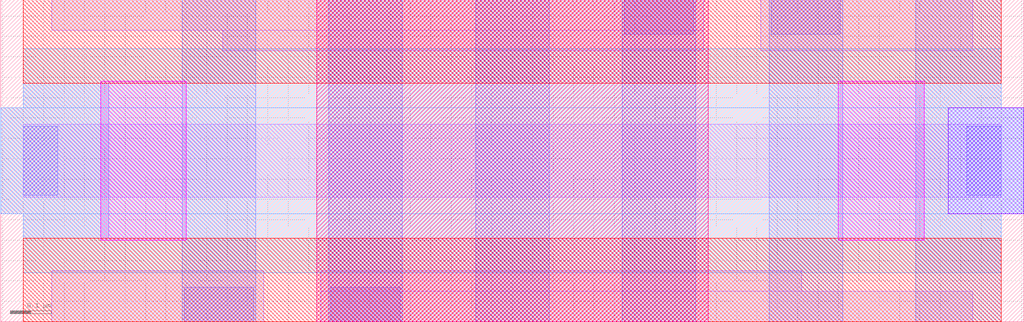
<source format=lef>
# Copyright 2020 The SkyWater PDK Authors
#
# Licensed under the Apache License, Version 2.0 (the "License");
# you may not use this file except in compliance with the License.
# You may obtain a copy of the License at
#
#     https://www.apache.org/licenses/LICENSE-2.0
#
# Unless required by applicable law or agreed to in writing, software
# distributed under the License is distributed on an "AS IS" BASIS,
# WITHOUT WARRANTIES OR CONDITIONS OF ANY KIND, either express or implied.
# See the License for the specific language governing permissions and
# limitations under the License.
#
# SPDX-License-Identifier: Apache-2.0

VERSION 5.7 ;
  NOWIREEXTENSIONATPIN ON ;
  DIVIDERCHAR "/" ;
  BUSBITCHARS "[]" ;
MACRO sky130_fd_bd_sram__sram_dp_horstrap2a
  CLASS BLOCK ;
  FOREIGN sky130_fd_bd_sram__sram_dp_horstrap2a ;
  ORIGIN  0.055000  0.000000 ;
  SIZE  2.510000 BY  0.790000 ;
  OBS
    LAYER li1 ;
      RECT 0.000000 0.305000 2.400000 0.485000 ;
      RECT 0.070000 0.000000 0.590000 0.125000 ;
      RECT 0.070000 0.715000 1.670000 0.790000 ;
      RECT 0.490000 0.665000 1.670000 0.715000 ;
      RECT 0.730000 0.000000 2.330000 0.075000 ;
      RECT 0.730000 0.075000 1.910000 0.125000 ;
      RECT 1.810000 0.665000 2.330000 0.790000 ;
    LAYER mcon ;
      RECT 0.000000 0.310000 0.085000 0.480000 ;
      RECT 0.395000 0.000000 0.565000 0.085000 ;
      RECT 0.755000 0.000000 0.925000 0.085000 ;
      RECT 1.475000 0.705000 1.645000 0.790000 ;
      RECT 1.835000 0.705000 2.005000 0.790000 ;
      RECT 2.315000 0.310000 2.400000 0.480000 ;
    LAYER met1 ;
      RECT -0.055000 0.265000 0.210000 0.525000 ;
      RECT  0.000000 0.205000 0.210000 0.265000 ;
      RECT  0.000000 0.525000 0.210000 0.585000 ;
      RECT  0.390000 0.000000 0.570000 0.790000 ;
      RECT  0.750000 0.000000 0.930000 0.790000 ;
      RECT  1.110000 0.000000 1.290000 0.790000 ;
      RECT  1.470000 0.000000 1.650000 0.790000 ;
      RECT  1.830000 0.000000 2.010000 0.790000 ;
      RECT  2.190000 0.000000 2.400000 0.265000 ;
      RECT  2.190000 0.265000 2.455000 0.525000 ;
      RECT  2.190000 0.525000 2.400000 0.790000 ;
    LAYER met2 ;
      RECT -0.055000 0.265000 2.455000 0.525000 ;
      RECT  0.000000 0.120000 2.400000 0.265000 ;
      RECT  0.000000 0.525000 2.400000 0.670000 ;
    LAYER met3 ;
      RECT 0.000000 0.000000 2.400000 0.205000 ;
      RECT 0.000000 0.585000 2.400000 0.790000 ;
    LAYER nwell ;
      RECT 0.720000 0.000000 1.680000 0.790000 ;
    LAYER pwell ;
      RECT 0.190000 0.200000 0.400000 0.590000 ;
    LAYER pwell ;
      RECT 2.000000 0.200000 2.210000 0.590000 ;
    LAYER via ;
      RECT 2.270000 0.265000 2.455000 0.525000 ;
  END
END sky130_fd_bd_sram__sram_dp_horstrap2a
END LIBRARY

</source>
